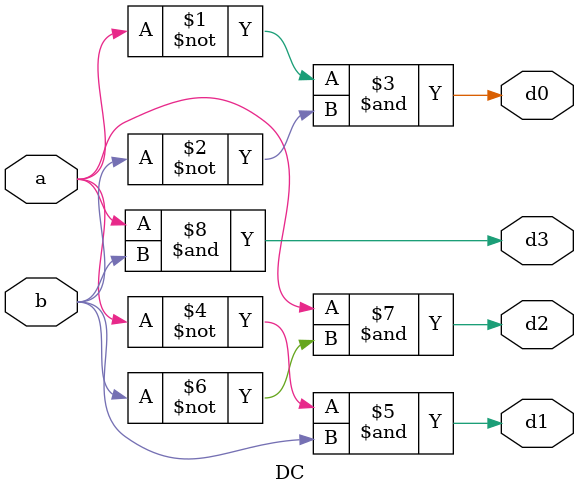
<source format=v>
`timescale 1ns / 1ps

module DC(
    input a,b,
    output d0, d1, d2, d3
    );

assign d0 = ~a & ~b;
assign d1 = ~a & b;
assign d2 = a & ~b;
assign d3 = a & b;

endmodule

</source>
